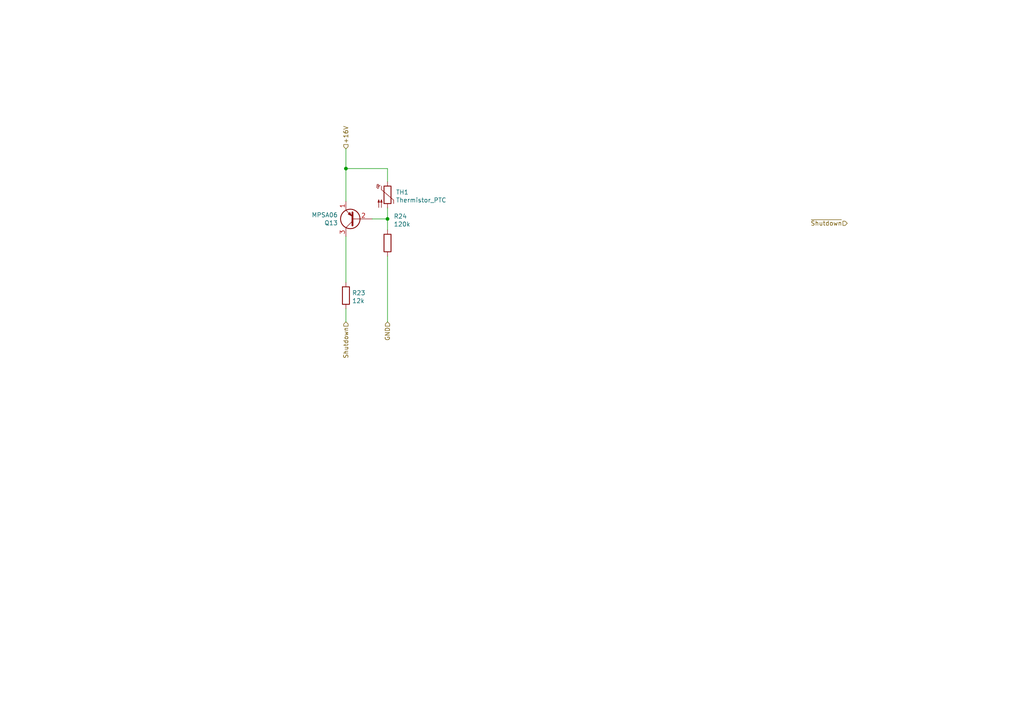
<source format=kicad_sch>
(kicad_sch (version 20210126) (generator eeschema)
  (paper "A4")
  (lib_symbols
    (symbol "Device:R" (pin_numbers hide) (pin_names (offset 0))
      (property "Reference" "R" (at 2.032 0 90))
      (property "Value" "R" (at 0 0 90))
      (symbol "R_0_1"
        (rectangle (start -1.016 -2.54) (end 1.016 2.54) (stroke (width 0.254)))
      )
      (symbol "R_1_1"
        (pin passive line (at 0 3.81 270) (length 1.27) (name "~") (number "1"))
        (pin passive line (at 0 -3.81 90) (length 1.27) (name "~") (number "2"))
      )
    )
    (symbol "Device:Thermistor_PTC" (pin_numbers hide) (pin_names (offset 0))
      (property "Reference" "TH" (at -4.064 0 90))
      (property "Value" "Thermistor_PTC" (at 3.048 0 90))
      (symbol "Thermistor_PTC_0_1"
        (arc (start -3.048 2.159) (end -3.175 2.413) (radius (at -3.2004 2.2352) (length 0.1778) (angles -26.5 81.8)))
        (arc (start -3.048 2.159) (end -2.794 1.905) (radius (at -2.794 2.159) (length 0.254) (angles 180 -90)))
        (arc (start -2.794 1.905) (end -2.54 2.159) (radius (at -2.794 2.159) (length 0.254) (angles -90 0)))
        (arc (start -2.54 2.794) (end -2.794 3.048) (radius (at -2.794 2.794) (length 0.254) (angles 0 90)))
        (arc (start -2.794 3.048) (end -3.048 2.794) (radius (at -2.794 2.794) (length 0.254) (angles 90 180)))
        (arc (start -3.048 2.794) (end -2.794 2.54) (radius (at -2.794 2.794) (length 0.254) (angles 180 -90)))
        (arc (start -2.794 2.54) (end -2.159 2.794) (radius (at -2.6416 3.0226) (length 0.508) (angles -107.5 -25.3)))
        (rectangle (start -1.016 2.54) (end 1.016 -2.54) (stroke (width 0.254)))
        (polyline (pts (xy -2.54 2.159) (xy -2.54 2.794)))
        (polyline (pts (xy -1.778 2.54) (xy -1.778 1.524) (xy 1.778 -1.524) (xy 1.778 -2.54)))
        (polyline (pts (xy -2.54 -3.683) (xy -2.54 -1.397) (xy -2.794 -2.159) (xy -2.286 -2.159) (xy -2.54 -1.397) (xy -2.54 -1.651)) (fill (type outline)))
        (polyline (pts (xy -1.778 -3.683) (xy -1.778 -1.397) (xy -2.032 -2.159) (xy -1.524 -2.159) (xy -1.778 -1.397) (xy -1.778 -1.651)) (fill (type outline)))
      )
      (symbol "Thermistor_PTC_1_1"
        (pin passive line (at 0 3.81 270) (length 1.27) (name "~") (number "1"))
        (pin passive line (at 0 -3.81 90) (length 1.27) (name "~") (number "2"))
      )
    )
    (symbol "Userlibrary:MPSA06" (pin_names (offset 1.016) hide)
      (property "Reference" "Q" (at 5.08 1.905 0))
      (property "Value" "MPSA06" (at 5.08 0 0))
      (symbol "MPSA06_0_1"
        (circle (center 1.27 0) (radius 2.8194) (stroke (width 0.254)))
        (polyline (pts (xy 0 0) (xy 0.635 0)))
        (polyline (pts (xy 2.54 -2.54) (xy 0.635 -0.635)))
        (polyline (pts (xy 2.54 2.54) (xy 0.635 0.635)))
        (polyline (pts (xy 0.635 1.905) (xy 0.635 -1.905) (xy 0.635 -1.905)) (stroke (width 0.508)) (fill (type outline)))
        (polyline (pts (xy 1.397 -1.905) (xy 1.905 -1.397) (xy 0.889 -0.889) (xy 1.397 -1.905) (xy 1.397 -1.905)) (fill (type outline)))
      )
      (symbol "MPSA06_1_1"
        (pin passive line (at 2.54 -5.08 90) (length 2.54) (name "E") (number "1"))
        (pin input line (at -5.08 0 0) (length 5.08) (name "B") (number "2"))
        (pin passive line (at 2.54 5.08 270) (length 2.54) (name "C") (number "3"))
      )
    )
  )
  (junction (at 100.33 48.895) (diameter 0.9144))
  (junction (at 112.395 63.5) (diameter 0.9144))
  (wire (pts (xy 100.33 43.18) (xy 100.33 48.895)))
  (wire (pts (xy 100.33 48.895) (xy 100.33 58.42)))
  (wire (pts (xy 100.33 68.58) (xy 100.33 81.915)))
  (wire (pts (xy 100.33 89.535) (xy 100.33 93.345)))
  (wire (pts (xy 107.95 63.5) (xy 112.395 63.5)))
  (wire (pts (xy 112.395 48.895) (xy 100.33 48.895)))
  (wire (pts (xy 112.395 52.705) (xy 112.395 48.895)))
  (wire (pts (xy 112.395 60.325) (xy 112.395 63.5)))
  (wire (pts (xy 112.395 63.5) (xy 112.395 66.675)))
  (wire (pts (xy 112.395 74.295) (xy 112.395 93.345)))
  (hierarchical_label "+16V" (shape input) (at 100.33 43.18 90))
  (hierarchical_label "Shutdown" (shape input) (at 100.33 93.345 270))
  (hierarchical_label "GND" (shape input) (at 112.395 93.345 270))
  (hierarchical_label "~Shutdown" (shape input) (at 245.745 64.77 180))
  (symbol (lib_id "Device:R") (at 100.33 85.725 0) (unit 1)
    (property "Reference" "R23" (at 102.1081 84.9641 0) (effects (justify left)))
    (property "Value" "12k" (at 102.1081 87.2628 0) (effects (justify left)))
    (property "Footprint" "Resistor_THT:R_Axial_DIN0204_L3.6mm_D1.6mm_P7.62mm_Horizontal" (effects hide))
  )
  (symbol (lib_id "Device:R") (at 112.395 70.485 0) (unit 1)
    (property "Reference" "R24" (at 114.1731 62.7391 0) (effects (justify left)))
    (property "Value" "120k" (at 114.1731 65.0378 0) (effects (justify left)))
    (property "Footprint" "Resistor_THT:R_Axial_DIN0204_L3.6mm_D1.6mm_P7.62mm_Horizontal" (effects hide))
  )
  (symbol (lib_id "Device:Thermistor_PTC") (at 112.395 56.515 0) (unit 1)
    (property "Reference" "TH1" (at 114.8081 55.7541 0) (effects (justify left)))
    (property "Value" "Thermistor_PTC" (at 114.8081 58.0528 0) (effects (justify left)))
    (property "Footprint" "UserLibrary:PTC Epcos D1052" (effects hide))
  )
  (symbol (lib_id "Userlibrary:MPSA06") (at 102.87 63.5 180) (unit 1)
    (property "Reference" "Q13" (at 98.0186 64.6684 0) (effects (justify left)))
    (property "Value" "MPSA06" (at 98.0186 62.357 0) (effects (justify left)))
    (property "Footprint" "TO_SOT_Packages_THT:TO-92_Molded_Narrow" (effects hide))
    (property "Datasheet" "http://www.onsemi.com/pub_link/Collateral/MPSA06-D.PDF" (effects hide))
  )
)
</source>
